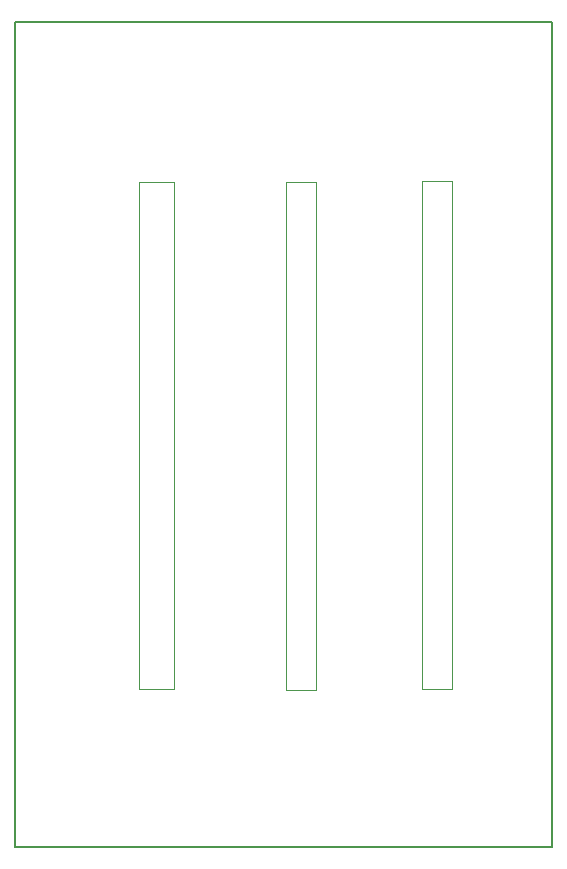
<source format=gbr>
%TF.GenerationSoftware,KiCad,Pcbnew,9.0.0-250-g02b756189b*%
%TF.CreationDate,2025-03-19T23:20:47-05:00*%
%TF.ProjectId,SSDTray,53534454-7261-4792-9e6b-696361645f70,rev?*%
%TF.SameCoordinates,Original*%
%TF.FileFunction,Profile,NP*%
%FSLAX46Y46*%
G04 Gerber Fmt 4.6, Leading zero omitted, Abs format (unit mm)*
G04 Created by KiCad (PCBNEW 9.0.0-250-g02b756189b) date 2025-03-19 23:20:47*
%MOMM*%
%LPD*%
G01*
G04 APERTURE LIST*
%TA.AperFunction,Profile*%
%ADD10C,0.050000*%
%TD*%
%TA.AperFunction,Profile*%
%ADD11C,0.200000*%
%TD*%
G04 APERTURE END LIST*
D10*
X62500000Y-114474600D02*
X65000000Y-114474600D01*
X65000000Y-157500000D01*
X62500000Y-157500000D01*
X62500000Y-114474600D01*
X51000000Y-114500000D02*
X53500000Y-114500000D01*
X53500000Y-157525400D01*
X51000000Y-157525400D01*
X51000000Y-114500000D01*
D11*
X28000000Y-101000000D02*
X73500000Y-101000000D01*
X73500000Y-170850000D01*
X28000000Y-170850000D01*
X28000000Y-101000000D01*
D10*
X38500000Y-114500000D02*
X41500000Y-114500000D01*
X41500000Y-157500000D01*
X38500000Y-157500000D01*
X38500000Y-114500000D01*
M02*

</source>
